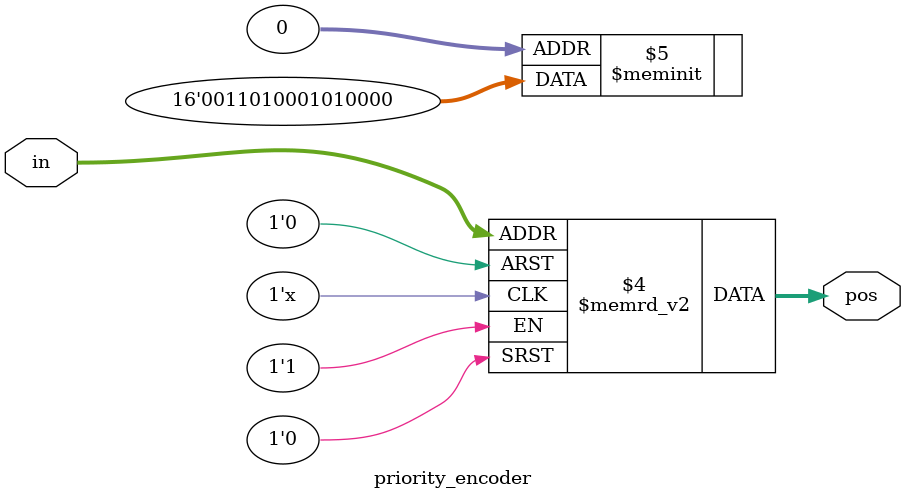
<source format=v>
module priority_encoder( 
input [2:0] in,
output reg [1:0] pos ); 
// When sel=1, assign b to out
// Implementation of a two-to-one mux
always @*
case (in)
// When in=x0 or in=x1, out=0
3'b000, 3'b001: pos <= 2'h0;
// When in=x2 or in=x3, out=1
3'b010, 3'b011: pos <= 2'h1;
// When in=x4, out=0
3'b100: pos <= 2'h0;
// When in=x5, out=1
3'b101: pos <= 2'h1;
// When in=x6, out=x7, x7, out=0
3'b110: pos <= 2'h7;
// When in=x7, out=0
3'b111: pos <= 2'h0;
endcase
endmodule

</source>
